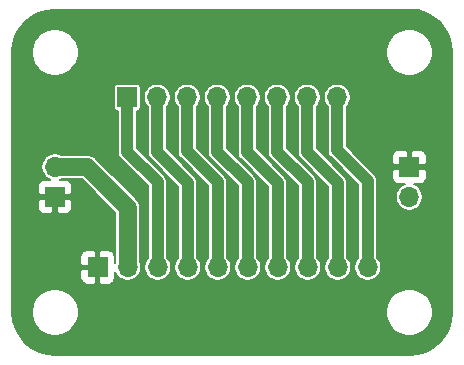
<source format=gbr>
%TF.GenerationSoftware,KiCad,Pcbnew,5.1.6-c6e7f7d~87~ubuntu18.04.1*%
%TF.CreationDate,2020-08-12T00:36:41-03:00*%
%TF.ProjectId,tfAdapter_V1,74664164-6170-4746-9572-5f56312e6b69,rev?*%
%TF.SameCoordinates,Original*%
%TF.FileFunction,Copper,L1,Top*%
%TF.FilePolarity,Positive*%
%FSLAX46Y46*%
G04 Gerber Fmt 4.6, Leading zero omitted, Abs format (unit mm)*
G04 Created by KiCad (PCBNEW 5.1.6-c6e7f7d~87~ubuntu18.04.1) date 2020-08-12 00:36:41*
%MOMM*%
%LPD*%
G01*
G04 APERTURE LIST*
%TA.AperFunction,ComponentPad*%
%ADD10O,1.700000X1.700000*%
%TD*%
%TA.AperFunction,ComponentPad*%
%ADD11R,1.700000X1.700000*%
%TD*%
%TA.AperFunction,ViaPad*%
%ADD12C,0.800000*%
%TD*%
%TA.AperFunction,Conductor*%
%ADD13C,1.500000*%
%TD*%
%TA.AperFunction,Conductor*%
%ADD14C,1.000000*%
%TD*%
%TA.AperFunction,Conductor*%
%ADD15C,0.200000*%
%TD*%
G04 APERTURE END LIST*
D10*
%TO.P,J1,2*%
%TO.N,Net-(J1-Pad2)*%
X138000000Y-97700000D03*
D11*
%TO.P,J1,1*%
%TO.N,GNDREF*%
X138000000Y-100240000D03*
%TD*%
%TO.P,J2,1*%
%TO.N,GNDREF*%
X141600000Y-106200000D03*
D10*
%TO.P,J2,2*%
%TO.N,Net-(J1-Pad2)*%
X144140000Y-106200000D03*
%TO.P,J2,3*%
%TO.N,Net-(J2-Pad3)*%
X146680000Y-106200000D03*
%TO.P,J2,4*%
%TO.N,Net-(J2-Pad4)*%
X149220000Y-106200000D03*
%TO.P,J2,5*%
%TO.N,Net-(J2-Pad5)*%
X151760000Y-106200000D03*
%TO.P,J2,6*%
%TO.N,Net-(J2-Pad6)*%
X154300000Y-106200000D03*
%TO.P,J2,7*%
%TO.N,Net-(J2-Pad7)*%
X156840000Y-106200000D03*
%TO.P,J2,8*%
%TO.N,Net-(J2-Pad8)*%
X159380000Y-106200000D03*
%TO.P,J2,9*%
%TO.N,Net-(J2-Pad9)*%
X161920000Y-106200000D03*
%TO.P,J2,10*%
%TO.N,Net-(J2-Pad10)*%
X164460000Y-106200000D03*
%TD*%
D11*
%TO.P,J3,1*%
%TO.N,Net-(J2-Pad3)*%
X144100000Y-91800000D03*
D10*
%TO.P,J3,2*%
%TO.N,Net-(J2-Pad4)*%
X146640000Y-91800000D03*
%TO.P,J3,3*%
%TO.N,Net-(J2-Pad5)*%
X149180000Y-91800000D03*
%TO.P,J3,4*%
%TO.N,Net-(J2-Pad6)*%
X151720000Y-91800000D03*
%TO.P,J3,5*%
%TO.N,Net-(J2-Pad7)*%
X154260000Y-91800000D03*
%TO.P,J3,6*%
%TO.N,Net-(J2-Pad8)*%
X156800000Y-91800000D03*
%TO.P,J3,7*%
%TO.N,Net-(J2-Pad9)*%
X159340000Y-91800000D03*
%TO.P,J3,8*%
%TO.N,Net-(J2-Pad10)*%
X161880000Y-91800000D03*
%TD*%
D11*
%TO.P,J4,1*%
%TO.N,GNDREF*%
X168000000Y-97700000D03*
D10*
%TO.P,J4,2*%
%TO.N,Net-(J1-Pad2)*%
X168000000Y-100240000D03*
%TD*%
D12*
%TO.N,GNDREF*%
X145400000Y-95000000D03*
X147900000Y-95000000D03*
X150500000Y-95000000D03*
X153000000Y-95000000D03*
X155500000Y-95000000D03*
X158100000Y-95000000D03*
X160600000Y-95000000D03*
X163100000Y-95000000D03*
X142800000Y-95000000D03*
X145500000Y-103000000D03*
X147900000Y-103000000D03*
X150500000Y-103000000D03*
X153000000Y-103000000D03*
X155600000Y-103000000D03*
X158100000Y-103000000D03*
X160700000Y-103000000D03*
X163200000Y-103000000D03*
X165700000Y-103000000D03*
X142600000Y-103000000D03*
X140400000Y-96200000D03*
X140400000Y-99600000D03*
X165700000Y-98800000D03*
X137000000Y-105000000D03*
X137000000Y-107000000D03*
X169000000Y-93000000D03*
X169000000Y-91000000D03*
X169000000Y-105000000D03*
X169000000Y-107000000D03*
X137000000Y-93000000D03*
X137000000Y-91000000D03*
X147000000Y-111000000D03*
X149000000Y-111000000D03*
X151000000Y-111000000D03*
X153000000Y-111000000D03*
X155000000Y-111000000D03*
X157000000Y-111000000D03*
X159000000Y-111000000D03*
X161000000Y-111000000D03*
X163000000Y-111000000D03*
X165000000Y-111000000D03*
X146000000Y-87000000D03*
X160000000Y-87000000D03*
X150000000Y-87000000D03*
X148000000Y-87000000D03*
X144000000Y-87000000D03*
X156000000Y-87000000D03*
X154000000Y-87000000D03*
X162000000Y-87000000D03*
X152000000Y-87000000D03*
X158000000Y-87000000D03*
X167000000Y-93000000D03*
X167000000Y-91000000D03*
X167000000Y-105000000D03*
X167000000Y-107000000D03*
X139000000Y-107000000D03*
X139000000Y-105000000D03*
X139000000Y-91000000D03*
X139000000Y-93000000D03*
%TD*%
D13*
%TO.N,Net-(J1-Pad2)*%
X138000000Y-97700000D02*
X140700000Y-97700000D01*
X144140000Y-101140000D02*
X144140000Y-106200000D01*
X140700000Y-97700000D02*
X144140000Y-101140000D01*
D14*
%TO.N,Net-(J2-Pad3)*%
X144100000Y-91800000D02*
X144100000Y-96400000D01*
X146680000Y-98980000D02*
X146680000Y-106200000D01*
X144100000Y-96400000D02*
X146680000Y-98980000D01*
%TO.N,Net-(J2-Pad4)*%
X146640000Y-91800000D02*
X146640000Y-96440000D01*
X149220000Y-99020000D02*
X149220000Y-106200000D01*
X146640000Y-96440000D02*
X149220000Y-99020000D01*
%TO.N,Net-(J2-Pad5)*%
X149180000Y-91800000D02*
X149180000Y-96380000D01*
X151760000Y-98960000D02*
X151760000Y-106200000D01*
X149180000Y-96380000D02*
X151760000Y-98960000D01*
%TO.N,Net-(J2-Pad6)*%
X151720000Y-91800000D02*
X151720000Y-96420000D01*
X154300000Y-99000000D02*
X154300000Y-106200000D01*
X151720000Y-96420000D02*
X154300000Y-99000000D01*
%TO.N,Net-(J2-Pad7)*%
X154260000Y-91800000D02*
X154260000Y-96460000D01*
X156840000Y-99040000D02*
X156840000Y-106200000D01*
X154260000Y-96460000D02*
X156840000Y-99040000D01*
%TO.N,Net-(J2-Pad8)*%
X156800000Y-91800000D02*
X156800000Y-96400000D01*
X159380000Y-98980000D02*
X159380000Y-106200000D01*
X156800000Y-96400000D02*
X159380000Y-98980000D01*
%TO.N,Net-(J2-Pad9)*%
X159340000Y-91800000D02*
X159340000Y-96440000D01*
X161920000Y-99020000D02*
X161920000Y-106200000D01*
X159340000Y-96440000D02*
X161920000Y-99020000D01*
%TO.N,Net-(J2-Pad10)*%
X161880000Y-91800000D02*
X161880000Y-96280000D01*
X164460000Y-98860000D02*
X164460000Y-106200000D01*
X161880000Y-96280000D02*
X164460000Y-98860000D01*
%TD*%
D15*
%TO.N,GNDREF*%
G36*
X168703747Y-84445801D02*
G01*
X169380697Y-84650184D01*
X170005050Y-84982159D01*
X170553030Y-85429080D01*
X171003770Y-85973930D01*
X171340097Y-86595954D01*
X171549199Y-87271455D01*
X171624971Y-87992379D01*
X171625000Y-88000726D01*
X171625001Y-109981652D01*
X171554199Y-110703747D01*
X171349816Y-111380697D01*
X171017844Y-112005045D01*
X170570920Y-112553030D01*
X170026066Y-113003772D01*
X169404047Y-113340097D01*
X168728550Y-113549198D01*
X168007622Y-113624971D01*
X167999273Y-113625000D01*
X138018338Y-113625000D01*
X137296253Y-113554199D01*
X136619303Y-113349816D01*
X135994955Y-113017844D01*
X135446970Y-112570920D01*
X134996228Y-112026066D01*
X134659903Y-111404047D01*
X134450802Y-110728550D01*
X134375029Y-110007622D01*
X134375000Y-109999273D01*
X134375000Y-109804456D01*
X136014606Y-109804456D01*
X136014606Y-110195544D01*
X136090904Y-110579118D01*
X136240567Y-110940436D01*
X136457844Y-111265615D01*
X136734385Y-111542156D01*
X137059564Y-111759433D01*
X137420882Y-111909096D01*
X137804456Y-111985394D01*
X138195544Y-111985394D01*
X138579118Y-111909096D01*
X138940436Y-111759433D01*
X139265615Y-111542156D01*
X139542156Y-111265615D01*
X139759433Y-110940436D01*
X139909096Y-110579118D01*
X139985394Y-110195544D01*
X139985394Y-109804456D01*
X166014606Y-109804456D01*
X166014606Y-110195544D01*
X166090904Y-110579118D01*
X166240567Y-110940436D01*
X166457844Y-111265615D01*
X166734385Y-111542156D01*
X167059564Y-111759433D01*
X167420882Y-111909096D01*
X167804456Y-111985394D01*
X168195544Y-111985394D01*
X168579118Y-111909096D01*
X168940436Y-111759433D01*
X169265615Y-111542156D01*
X169542156Y-111265615D01*
X169759433Y-110940436D01*
X169909096Y-110579118D01*
X169985394Y-110195544D01*
X169985394Y-109804456D01*
X169909096Y-109420882D01*
X169759433Y-109059564D01*
X169542156Y-108734385D01*
X169265615Y-108457844D01*
X168940436Y-108240567D01*
X168579118Y-108090904D01*
X168195544Y-108014606D01*
X167804456Y-108014606D01*
X167420882Y-108090904D01*
X167059564Y-108240567D01*
X166734385Y-108457844D01*
X166457844Y-108734385D01*
X166240567Y-109059564D01*
X166090904Y-109420882D01*
X166014606Y-109804456D01*
X139985394Y-109804456D01*
X139909096Y-109420882D01*
X139759433Y-109059564D01*
X139542156Y-108734385D01*
X139265615Y-108457844D01*
X138940436Y-108240567D01*
X138579118Y-108090904D01*
X138195544Y-108014606D01*
X137804456Y-108014606D01*
X137420882Y-108090904D01*
X137059564Y-108240567D01*
X136734385Y-108457844D01*
X136457844Y-108734385D01*
X136240567Y-109059564D01*
X136090904Y-109420882D01*
X136014606Y-109804456D01*
X134375000Y-109804456D01*
X134375000Y-107050000D01*
X140139058Y-107050000D01*
X140150797Y-107169189D01*
X140185563Y-107283797D01*
X140242020Y-107389421D01*
X140317999Y-107482001D01*
X140410579Y-107557980D01*
X140516203Y-107614437D01*
X140630811Y-107649203D01*
X140750000Y-107660942D01*
X141294000Y-107658000D01*
X141446000Y-107506000D01*
X141446000Y-106354000D01*
X140294000Y-106354000D01*
X140142000Y-106506000D01*
X140139058Y-107050000D01*
X134375000Y-107050000D01*
X134375000Y-105350000D01*
X140139058Y-105350000D01*
X140142000Y-105894000D01*
X140294000Y-106046000D01*
X141446000Y-106046000D01*
X141446000Y-104894000D01*
X141294000Y-104742000D01*
X140750000Y-104739058D01*
X140630811Y-104750797D01*
X140516203Y-104785563D01*
X140410579Y-104842020D01*
X140317999Y-104917999D01*
X140242020Y-105010579D01*
X140185563Y-105116203D01*
X140150797Y-105230811D01*
X140139058Y-105350000D01*
X134375000Y-105350000D01*
X134375000Y-101090000D01*
X136539058Y-101090000D01*
X136550797Y-101209189D01*
X136585563Y-101323797D01*
X136642020Y-101429421D01*
X136717999Y-101522001D01*
X136810579Y-101597980D01*
X136916203Y-101654437D01*
X137030811Y-101689203D01*
X137150000Y-101700942D01*
X137694000Y-101698000D01*
X137846000Y-101546000D01*
X137846000Y-100394000D01*
X138154000Y-100394000D01*
X138154000Y-101546000D01*
X138306000Y-101698000D01*
X138850000Y-101700942D01*
X138969189Y-101689203D01*
X139083797Y-101654437D01*
X139189421Y-101597980D01*
X139282001Y-101522001D01*
X139357980Y-101429421D01*
X139414437Y-101323797D01*
X139449203Y-101209189D01*
X139460942Y-101090000D01*
X139458000Y-100546000D01*
X139306000Y-100394000D01*
X138154000Y-100394000D01*
X137846000Y-100394000D01*
X136694000Y-100394000D01*
X136542000Y-100546000D01*
X136539058Y-101090000D01*
X134375000Y-101090000D01*
X134375000Y-99390000D01*
X136539058Y-99390000D01*
X136542000Y-99934000D01*
X136694000Y-100086000D01*
X137846000Y-100086000D01*
X137846000Y-100066000D01*
X138154000Y-100066000D01*
X138154000Y-100086000D01*
X139306000Y-100086000D01*
X139458000Y-99934000D01*
X139460942Y-99390000D01*
X139449203Y-99270811D01*
X139414437Y-99156203D01*
X139357980Y-99050579D01*
X139282001Y-98957999D01*
X139189421Y-98882020D01*
X139083797Y-98825563D01*
X138969189Y-98790797D01*
X138850000Y-98779058D01*
X138394065Y-98781524D01*
X138470169Y-98750000D01*
X140265077Y-98750000D01*
X143090000Y-101574924D01*
X143090001Y-105729829D01*
X143058476Y-105805935D01*
X143060942Y-105350000D01*
X143049203Y-105230811D01*
X143014437Y-105116203D01*
X142957980Y-105010579D01*
X142882001Y-104917999D01*
X142789421Y-104842020D01*
X142683797Y-104785563D01*
X142569189Y-104750797D01*
X142450000Y-104739058D01*
X141906000Y-104742000D01*
X141754000Y-104894000D01*
X141754000Y-106046000D01*
X141774000Y-106046000D01*
X141774000Y-106354000D01*
X141754000Y-106354000D01*
X141754000Y-107506000D01*
X141906000Y-107658000D01*
X142450000Y-107660942D01*
X142569189Y-107649203D01*
X142683797Y-107614437D01*
X142789421Y-107557980D01*
X142882001Y-107482001D01*
X142957980Y-107389421D01*
X143014437Y-107283797D01*
X143049203Y-107169189D01*
X143060942Y-107050000D01*
X143058476Y-106594065D01*
X143120884Y-106744729D01*
X143246737Y-106933082D01*
X143406918Y-107093263D01*
X143595271Y-107219116D01*
X143804557Y-107305806D01*
X144026735Y-107350000D01*
X144253265Y-107350000D01*
X144475443Y-107305806D01*
X144684729Y-107219116D01*
X144873082Y-107093263D01*
X145033263Y-106933082D01*
X145159116Y-106744729D01*
X145245806Y-106535443D01*
X145290000Y-106313265D01*
X145290000Y-106086735D01*
X145245806Y-105864557D01*
X145190000Y-105729831D01*
X145190000Y-101191571D01*
X145195079Y-101140000D01*
X145190000Y-101088429D01*
X145190000Y-101088422D01*
X145174807Y-100934164D01*
X145114767Y-100736238D01*
X145017267Y-100553829D01*
X144886054Y-100393946D01*
X144845991Y-100361067D01*
X141478937Y-96994014D01*
X141446054Y-96953946D01*
X141286171Y-96822733D01*
X141103762Y-96725233D01*
X140905836Y-96665193D01*
X140751578Y-96650000D01*
X140751568Y-96650000D01*
X140700000Y-96644921D01*
X140648432Y-96650000D01*
X138470169Y-96650000D01*
X138335443Y-96594194D01*
X138113265Y-96550000D01*
X137886735Y-96550000D01*
X137664557Y-96594194D01*
X137455271Y-96680884D01*
X137266918Y-96806737D01*
X137106737Y-96966918D01*
X136980884Y-97155271D01*
X136894194Y-97364557D01*
X136850000Y-97586735D01*
X136850000Y-97813265D01*
X136894194Y-98035443D01*
X136980884Y-98244729D01*
X137106737Y-98433082D01*
X137266918Y-98593263D01*
X137455271Y-98719116D01*
X137605935Y-98781524D01*
X137150000Y-98779058D01*
X137030811Y-98790797D01*
X136916203Y-98825563D01*
X136810579Y-98882020D01*
X136717999Y-98957999D01*
X136642020Y-99050579D01*
X136585563Y-99156203D01*
X136550797Y-99270811D01*
X136539058Y-99390000D01*
X134375000Y-99390000D01*
X134375000Y-90950000D01*
X142948549Y-90950000D01*
X142948549Y-92650000D01*
X142954341Y-92708810D01*
X142971496Y-92765360D01*
X142999353Y-92817477D01*
X143036842Y-92863158D01*
X143082523Y-92900647D01*
X143134640Y-92928504D01*
X143191190Y-92945659D01*
X143250000Y-92951451D01*
X143300000Y-92951451D01*
X143300001Y-96360700D01*
X143296130Y-96400000D01*
X143311577Y-96556827D01*
X143357321Y-96707627D01*
X143431607Y-96846606D01*
X143492716Y-96921067D01*
X143531579Y-96968422D01*
X143562098Y-96993468D01*
X145880000Y-99311371D01*
X145880001Y-105373654D01*
X145786737Y-105466918D01*
X145660884Y-105655271D01*
X145574194Y-105864557D01*
X145530000Y-106086735D01*
X145530000Y-106313265D01*
X145574194Y-106535443D01*
X145660884Y-106744729D01*
X145786737Y-106933082D01*
X145946918Y-107093263D01*
X146135271Y-107219116D01*
X146344557Y-107305806D01*
X146566735Y-107350000D01*
X146793265Y-107350000D01*
X147015443Y-107305806D01*
X147224729Y-107219116D01*
X147413082Y-107093263D01*
X147573263Y-106933082D01*
X147699116Y-106744729D01*
X147785806Y-106535443D01*
X147830000Y-106313265D01*
X147830000Y-106086735D01*
X147785806Y-105864557D01*
X147699116Y-105655271D01*
X147573263Y-105466918D01*
X147480000Y-105373655D01*
X147480000Y-99019291D01*
X147483870Y-98980000D01*
X147478030Y-98920707D01*
X147468424Y-98823173D01*
X147422679Y-98672372D01*
X147380464Y-98593394D01*
X147348393Y-98533393D01*
X147273469Y-98442098D01*
X147248422Y-98411578D01*
X147217904Y-98386533D01*
X144900000Y-96068630D01*
X144900000Y-92951451D01*
X144950000Y-92951451D01*
X145008810Y-92945659D01*
X145065360Y-92928504D01*
X145117477Y-92900647D01*
X145163158Y-92863158D01*
X145200647Y-92817477D01*
X145228504Y-92765360D01*
X145245659Y-92708810D01*
X145251451Y-92650000D01*
X145251451Y-91686735D01*
X145490000Y-91686735D01*
X145490000Y-91913265D01*
X145534194Y-92135443D01*
X145620884Y-92344729D01*
X145746737Y-92533082D01*
X145840000Y-92626345D01*
X145840001Y-96400700D01*
X145836130Y-96440000D01*
X145851577Y-96596827D01*
X145897321Y-96747627D01*
X145971607Y-96886606D01*
X146038752Y-96968422D01*
X146071579Y-97008422D01*
X146102098Y-97033468D01*
X148420000Y-99351371D01*
X148420001Y-105373654D01*
X148326737Y-105466918D01*
X148200884Y-105655271D01*
X148114194Y-105864557D01*
X148070000Y-106086735D01*
X148070000Y-106313265D01*
X148114194Y-106535443D01*
X148200884Y-106744729D01*
X148326737Y-106933082D01*
X148486918Y-107093263D01*
X148675271Y-107219116D01*
X148884557Y-107305806D01*
X149106735Y-107350000D01*
X149333265Y-107350000D01*
X149555443Y-107305806D01*
X149764729Y-107219116D01*
X149953082Y-107093263D01*
X150113263Y-106933082D01*
X150239116Y-106744729D01*
X150325806Y-106535443D01*
X150370000Y-106313265D01*
X150370000Y-106086735D01*
X150325806Y-105864557D01*
X150239116Y-105655271D01*
X150113263Y-105466918D01*
X150020000Y-105373655D01*
X150020000Y-99059291D01*
X150023870Y-99020000D01*
X150018030Y-98960707D01*
X150008424Y-98863173D01*
X149962679Y-98712372D01*
X149941299Y-98672373D01*
X149888393Y-98573393D01*
X149813469Y-98482098D01*
X149788422Y-98451578D01*
X149757904Y-98426533D01*
X147440000Y-96108630D01*
X147440000Y-92626345D01*
X147533263Y-92533082D01*
X147659116Y-92344729D01*
X147745806Y-92135443D01*
X147790000Y-91913265D01*
X147790000Y-91686735D01*
X148030000Y-91686735D01*
X148030000Y-91913265D01*
X148074194Y-92135443D01*
X148160884Y-92344729D01*
X148286737Y-92533082D01*
X148380000Y-92626345D01*
X148380001Y-96340700D01*
X148376130Y-96380000D01*
X148391577Y-96536827D01*
X148437321Y-96687627D01*
X148511607Y-96826606D01*
X148586531Y-96917901D01*
X148611579Y-96948422D01*
X148642098Y-96973468D01*
X150960000Y-99291371D01*
X150960001Y-105373654D01*
X150866737Y-105466918D01*
X150740884Y-105655271D01*
X150654194Y-105864557D01*
X150610000Y-106086735D01*
X150610000Y-106313265D01*
X150654194Y-106535443D01*
X150740884Y-106744729D01*
X150866737Y-106933082D01*
X151026918Y-107093263D01*
X151215271Y-107219116D01*
X151424557Y-107305806D01*
X151646735Y-107350000D01*
X151873265Y-107350000D01*
X152095443Y-107305806D01*
X152304729Y-107219116D01*
X152493082Y-107093263D01*
X152653263Y-106933082D01*
X152779116Y-106744729D01*
X152865806Y-106535443D01*
X152910000Y-106313265D01*
X152910000Y-106086735D01*
X152865806Y-105864557D01*
X152779116Y-105655271D01*
X152653263Y-105466918D01*
X152560000Y-105373655D01*
X152560000Y-98999291D01*
X152563870Y-98960000D01*
X152560000Y-98920707D01*
X152548424Y-98803173D01*
X152502679Y-98652372D01*
X152471155Y-98593395D01*
X152428393Y-98513393D01*
X152353469Y-98422098D01*
X152328422Y-98391578D01*
X152297904Y-98366533D01*
X149980000Y-96048630D01*
X149980000Y-92626345D01*
X150073263Y-92533082D01*
X150199116Y-92344729D01*
X150285806Y-92135443D01*
X150330000Y-91913265D01*
X150330000Y-91686735D01*
X150570000Y-91686735D01*
X150570000Y-91913265D01*
X150614194Y-92135443D01*
X150700884Y-92344729D01*
X150826737Y-92533082D01*
X150920000Y-92626345D01*
X150920001Y-96380700D01*
X150916130Y-96420000D01*
X150931577Y-96576827D01*
X150977321Y-96727627D01*
X151051607Y-96866606D01*
X151126531Y-96957901D01*
X151151579Y-96988422D01*
X151182098Y-97013468D01*
X153500000Y-99331371D01*
X153500001Y-105373654D01*
X153406737Y-105466918D01*
X153280884Y-105655271D01*
X153194194Y-105864557D01*
X153150000Y-106086735D01*
X153150000Y-106313265D01*
X153194194Y-106535443D01*
X153280884Y-106744729D01*
X153406737Y-106933082D01*
X153566918Y-107093263D01*
X153755271Y-107219116D01*
X153964557Y-107305806D01*
X154186735Y-107350000D01*
X154413265Y-107350000D01*
X154635443Y-107305806D01*
X154844729Y-107219116D01*
X155033082Y-107093263D01*
X155193263Y-106933082D01*
X155319116Y-106744729D01*
X155405806Y-106535443D01*
X155450000Y-106313265D01*
X155450000Y-106086735D01*
X155405806Y-105864557D01*
X155319116Y-105655271D01*
X155193263Y-105466918D01*
X155100000Y-105373655D01*
X155100000Y-99039291D01*
X155103870Y-99000000D01*
X155098030Y-98940707D01*
X155088424Y-98843173D01*
X155042679Y-98692372D01*
X155021299Y-98652373D01*
X154968393Y-98553393D01*
X154893469Y-98462098D01*
X154868422Y-98431578D01*
X154837904Y-98406533D01*
X152520000Y-96088630D01*
X152520000Y-92626345D01*
X152613263Y-92533082D01*
X152739116Y-92344729D01*
X152825806Y-92135443D01*
X152870000Y-91913265D01*
X152870000Y-91686735D01*
X153110000Y-91686735D01*
X153110000Y-91913265D01*
X153154194Y-92135443D01*
X153240884Y-92344729D01*
X153366737Y-92533082D01*
X153460000Y-92626345D01*
X153460001Y-96420700D01*
X153456130Y-96460000D01*
X153471577Y-96616827D01*
X153517321Y-96767627D01*
X153591607Y-96906606D01*
X153658752Y-96988422D01*
X153691579Y-97028422D01*
X153722098Y-97053468D01*
X156040000Y-99371371D01*
X156040001Y-105373654D01*
X155946737Y-105466918D01*
X155820884Y-105655271D01*
X155734194Y-105864557D01*
X155690000Y-106086735D01*
X155690000Y-106313265D01*
X155734194Y-106535443D01*
X155820884Y-106744729D01*
X155946737Y-106933082D01*
X156106918Y-107093263D01*
X156295271Y-107219116D01*
X156504557Y-107305806D01*
X156726735Y-107350000D01*
X156953265Y-107350000D01*
X157175443Y-107305806D01*
X157384729Y-107219116D01*
X157573082Y-107093263D01*
X157733263Y-106933082D01*
X157859116Y-106744729D01*
X157945806Y-106535443D01*
X157990000Y-106313265D01*
X157990000Y-106086735D01*
X157945806Y-105864557D01*
X157859116Y-105655271D01*
X157733263Y-105466918D01*
X157640000Y-105373655D01*
X157640000Y-99079291D01*
X157643870Y-99040000D01*
X157639930Y-99000000D01*
X157628424Y-98883173D01*
X157582679Y-98732372D01*
X157508393Y-98593393D01*
X157433469Y-98502098D01*
X157408422Y-98471578D01*
X157377904Y-98446533D01*
X155060000Y-96128630D01*
X155060000Y-92626345D01*
X155153263Y-92533082D01*
X155279116Y-92344729D01*
X155365806Y-92135443D01*
X155410000Y-91913265D01*
X155410000Y-91686735D01*
X155650000Y-91686735D01*
X155650000Y-91913265D01*
X155694194Y-92135443D01*
X155780884Y-92344729D01*
X155906737Y-92533082D01*
X156000000Y-92626345D01*
X156000001Y-96360700D01*
X155996130Y-96400000D01*
X156011577Y-96556827D01*
X156057321Y-96707627D01*
X156131607Y-96846606D01*
X156192716Y-96921067D01*
X156231579Y-96968422D01*
X156262098Y-96993468D01*
X158580000Y-99311371D01*
X158580001Y-105373654D01*
X158486737Y-105466918D01*
X158360884Y-105655271D01*
X158274194Y-105864557D01*
X158230000Y-106086735D01*
X158230000Y-106313265D01*
X158274194Y-106535443D01*
X158360884Y-106744729D01*
X158486737Y-106933082D01*
X158646918Y-107093263D01*
X158835271Y-107219116D01*
X159044557Y-107305806D01*
X159266735Y-107350000D01*
X159493265Y-107350000D01*
X159715443Y-107305806D01*
X159924729Y-107219116D01*
X160113082Y-107093263D01*
X160273263Y-106933082D01*
X160399116Y-106744729D01*
X160485806Y-106535443D01*
X160530000Y-106313265D01*
X160530000Y-106086735D01*
X160485806Y-105864557D01*
X160399116Y-105655271D01*
X160273263Y-105466918D01*
X160180000Y-105373655D01*
X160180000Y-99019291D01*
X160183870Y-98980000D01*
X160178030Y-98920707D01*
X160168424Y-98823173D01*
X160122679Y-98672372D01*
X160080464Y-98593394D01*
X160048393Y-98533393D01*
X159973469Y-98442098D01*
X159948422Y-98411578D01*
X159917904Y-98386533D01*
X157600000Y-96068630D01*
X157600000Y-92626345D01*
X157693263Y-92533082D01*
X157819116Y-92344729D01*
X157905806Y-92135443D01*
X157950000Y-91913265D01*
X157950000Y-91686735D01*
X158190000Y-91686735D01*
X158190000Y-91913265D01*
X158234194Y-92135443D01*
X158320884Y-92344729D01*
X158446737Y-92533082D01*
X158540000Y-92626345D01*
X158540001Y-96400700D01*
X158536130Y-96440000D01*
X158551577Y-96596827D01*
X158597321Y-96747627D01*
X158671607Y-96886606D01*
X158738752Y-96968422D01*
X158771579Y-97008422D01*
X158802098Y-97033468D01*
X161120000Y-99351371D01*
X161120001Y-105373654D01*
X161026737Y-105466918D01*
X160900884Y-105655271D01*
X160814194Y-105864557D01*
X160770000Y-106086735D01*
X160770000Y-106313265D01*
X160814194Y-106535443D01*
X160900884Y-106744729D01*
X161026737Y-106933082D01*
X161186918Y-107093263D01*
X161375271Y-107219116D01*
X161584557Y-107305806D01*
X161806735Y-107350000D01*
X162033265Y-107350000D01*
X162255443Y-107305806D01*
X162464729Y-107219116D01*
X162653082Y-107093263D01*
X162813263Y-106933082D01*
X162939116Y-106744729D01*
X163025806Y-106535443D01*
X163070000Y-106313265D01*
X163070000Y-106086735D01*
X163025806Y-105864557D01*
X162939116Y-105655271D01*
X162813263Y-105466918D01*
X162720000Y-105373655D01*
X162720000Y-99059291D01*
X162723870Y-99020000D01*
X162718030Y-98960707D01*
X162708424Y-98863173D01*
X162662679Y-98712372D01*
X162641299Y-98672373D01*
X162588393Y-98573393D01*
X162513469Y-98482098D01*
X162488422Y-98451578D01*
X162457904Y-98426533D01*
X160140000Y-96108630D01*
X160140000Y-92626345D01*
X160233263Y-92533082D01*
X160359116Y-92344729D01*
X160445806Y-92135443D01*
X160490000Y-91913265D01*
X160490000Y-91686735D01*
X160730000Y-91686735D01*
X160730000Y-91913265D01*
X160774194Y-92135443D01*
X160860884Y-92344729D01*
X160986737Y-92533082D01*
X161080000Y-92626345D01*
X161080001Y-96240700D01*
X161076130Y-96280000D01*
X161091577Y-96436827D01*
X161137321Y-96587627D01*
X161211607Y-96726606D01*
X161277369Y-96806737D01*
X161311579Y-96848422D01*
X161342098Y-96873468D01*
X163660000Y-99191371D01*
X163660001Y-105373654D01*
X163566737Y-105466918D01*
X163440884Y-105655271D01*
X163354194Y-105864557D01*
X163310000Y-106086735D01*
X163310000Y-106313265D01*
X163354194Y-106535443D01*
X163440884Y-106744729D01*
X163566737Y-106933082D01*
X163726918Y-107093263D01*
X163915271Y-107219116D01*
X164124557Y-107305806D01*
X164346735Y-107350000D01*
X164573265Y-107350000D01*
X164795443Y-107305806D01*
X165004729Y-107219116D01*
X165193082Y-107093263D01*
X165353263Y-106933082D01*
X165479116Y-106744729D01*
X165565806Y-106535443D01*
X165610000Y-106313265D01*
X165610000Y-106086735D01*
X165565806Y-105864557D01*
X165479116Y-105655271D01*
X165353263Y-105466918D01*
X165260000Y-105373655D01*
X165260000Y-98899291D01*
X165263870Y-98860000D01*
X165257054Y-98790797D01*
X165248424Y-98703173D01*
X165202679Y-98552372D01*
X165201411Y-98550000D01*
X166539058Y-98550000D01*
X166550797Y-98669189D01*
X166585563Y-98783797D01*
X166642020Y-98889421D01*
X166717999Y-98982001D01*
X166810579Y-99057980D01*
X166916203Y-99114437D01*
X167030811Y-99149203D01*
X167150000Y-99160942D01*
X167605935Y-99158476D01*
X167455271Y-99220884D01*
X167266918Y-99346737D01*
X167106737Y-99506918D01*
X166980884Y-99695271D01*
X166894194Y-99904557D01*
X166850000Y-100126735D01*
X166850000Y-100353265D01*
X166894194Y-100575443D01*
X166980884Y-100784729D01*
X167106737Y-100973082D01*
X167266918Y-101133263D01*
X167455271Y-101259116D01*
X167664557Y-101345806D01*
X167886735Y-101390000D01*
X168113265Y-101390000D01*
X168335443Y-101345806D01*
X168544729Y-101259116D01*
X168733082Y-101133263D01*
X168893263Y-100973082D01*
X169019116Y-100784729D01*
X169105806Y-100575443D01*
X169150000Y-100353265D01*
X169150000Y-100126735D01*
X169105806Y-99904557D01*
X169019116Y-99695271D01*
X168893263Y-99506918D01*
X168733082Y-99346737D01*
X168544729Y-99220884D01*
X168394065Y-99158476D01*
X168850000Y-99160942D01*
X168969189Y-99149203D01*
X169083797Y-99114437D01*
X169189421Y-99057980D01*
X169282001Y-98982001D01*
X169357980Y-98889421D01*
X169414437Y-98783797D01*
X169449203Y-98669189D01*
X169460942Y-98550000D01*
X169458000Y-98006000D01*
X169306000Y-97854000D01*
X168154000Y-97854000D01*
X168154000Y-97874000D01*
X167846000Y-97874000D01*
X167846000Y-97854000D01*
X166694000Y-97854000D01*
X166542000Y-98006000D01*
X166539058Y-98550000D01*
X165201411Y-98550000D01*
X165128393Y-98413393D01*
X165053469Y-98322098D01*
X165028422Y-98291578D01*
X164997904Y-98266533D01*
X163581371Y-96850000D01*
X166539058Y-96850000D01*
X166542000Y-97394000D01*
X166694000Y-97546000D01*
X167846000Y-97546000D01*
X167846000Y-96394000D01*
X168154000Y-96394000D01*
X168154000Y-97546000D01*
X169306000Y-97546000D01*
X169458000Y-97394000D01*
X169460942Y-96850000D01*
X169449203Y-96730811D01*
X169414437Y-96616203D01*
X169357980Y-96510579D01*
X169282001Y-96417999D01*
X169189421Y-96342020D01*
X169083797Y-96285563D01*
X168969189Y-96250797D01*
X168850000Y-96239058D01*
X168306000Y-96242000D01*
X168154000Y-96394000D01*
X167846000Y-96394000D01*
X167694000Y-96242000D01*
X167150000Y-96239058D01*
X167030811Y-96250797D01*
X166916203Y-96285563D01*
X166810579Y-96342020D01*
X166717999Y-96417999D01*
X166642020Y-96510579D01*
X166585563Y-96616203D01*
X166550797Y-96730811D01*
X166539058Y-96850000D01*
X163581371Y-96850000D01*
X162680000Y-95948630D01*
X162680000Y-92626345D01*
X162773263Y-92533082D01*
X162899116Y-92344729D01*
X162985806Y-92135443D01*
X163030000Y-91913265D01*
X163030000Y-91686735D01*
X162985806Y-91464557D01*
X162899116Y-91255271D01*
X162773263Y-91066918D01*
X162613082Y-90906737D01*
X162424729Y-90780884D01*
X162215443Y-90694194D01*
X161993265Y-90650000D01*
X161766735Y-90650000D01*
X161544557Y-90694194D01*
X161335271Y-90780884D01*
X161146918Y-90906737D01*
X160986737Y-91066918D01*
X160860884Y-91255271D01*
X160774194Y-91464557D01*
X160730000Y-91686735D01*
X160490000Y-91686735D01*
X160445806Y-91464557D01*
X160359116Y-91255271D01*
X160233263Y-91066918D01*
X160073082Y-90906737D01*
X159884729Y-90780884D01*
X159675443Y-90694194D01*
X159453265Y-90650000D01*
X159226735Y-90650000D01*
X159004557Y-90694194D01*
X158795271Y-90780884D01*
X158606918Y-90906737D01*
X158446737Y-91066918D01*
X158320884Y-91255271D01*
X158234194Y-91464557D01*
X158190000Y-91686735D01*
X157950000Y-91686735D01*
X157905806Y-91464557D01*
X157819116Y-91255271D01*
X157693263Y-91066918D01*
X157533082Y-90906737D01*
X157344729Y-90780884D01*
X157135443Y-90694194D01*
X156913265Y-90650000D01*
X156686735Y-90650000D01*
X156464557Y-90694194D01*
X156255271Y-90780884D01*
X156066918Y-90906737D01*
X155906737Y-91066918D01*
X155780884Y-91255271D01*
X155694194Y-91464557D01*
X155650000Y-91686735D01*
X155410000Y-91686735D01*
X155365806Y-91464557D01*
X155279116Y-91255271D01*
X155153263Y-91066918D01*
X154993082Y-90906737D01*
X154804729Y-90780884D01*
X154595443Y-90694194D01*
X154373265Y-90650000D01*
X154146735Y-90650000D01*
X153924557Y-90694194D01*
X153715271Y-90780884D01*
X153526918Y-90906737D01*
X153366737Y-91066918D01*
X153240884Y-91255271D01*
X153154194Y-91464557D01*
X153110000Y-91686735D01*
X152870000Y-91686735D01*
X152825806Y-91464557D01*
X152739116Y-91255271D01*
X152613263Y-91066918D01*
X152453082Y-90906737D01*
X152264729Y-90780884D01*
X152055443Y-90694194D01*
X151833265Y-90650000D01*
X151606735Y-90650000D01*
X151384557Y-90694194D01*
X151175271Y-90780884D01*
X150986918Y-90906737D01*
X150826737Y-91066918D01*
X150700884Y-91255271D01*
X150614194Y-91464557D01*
X150570000Y-91686735D01*
X150330000Y-91686735D01*
X150285806Y-91464557D01*
X150199116Y-91255271D01*
X150073263Y-91066918D01*
X149913082Y-90906737D01*
X149724729Y-90780884D01*
X149515443Y-90694194D01*
X149293265Y-90650000D01*
X149066735Y-90650000D01*
X148844557Y-90694194D01*
X148635271Y-90780884D01*
X148446918Y-90906737D01*
X148286737Y-91066918D01*
X148160884Y-91255271D01*
X148074194Y-91464557D01*
X148030000Y-91686735D01*
X147790000Y-91686735D01*
X147745806Y-91464557D01*
X147659116Y-91255271D01*
X147533263Y-91066918D01*
X147373082Y-90906737D01*
X147184729Y-90780884D01*
X146975443Y-90694194D01*
X146753265Y-90650000D01*
X146526735Y-90650000D01*
X146304557Y-90694194D01*
X146095271Y-90780884D01*
X145906918Y-90906737D01*
X145746737Y-91066918D01*
X145620884Y-91255271D01*
X145534194Y-91464557D01*
X145490000Y-91686735D01*
X145251451Y-91686735D01*
X145251451Y-90950000D01*
X145245659Y-90891190D01*
X145228504Y-90834640D01*
X145200647Y-90782523D01*
X145163158Y-90736842D01*
X145117477Y-90699353D01*
X145065360Y-90671496D01*
X145008810Y-90654341D01*
X144950000Y-90648549D01*
X143250000Y-90648549D01*
X143191190Y-90654341D01*
X143134640Y-90671496D01*
X143082523Y-90699353D01*
X143036842Y-90736842D01*
X142999353Y-90782523D01*
X142971496Y-90834640D01*
X142954341Y-90891190D01*
X142948549Y-90950000D01*
X134375000Y-90950000D01*
X134375000Y-88018337D01*
X134395971Y-87804456D01*
X136014606Y-87804456D01*
X136014606Y-88195544D01*
X136090904Y-88579118D01*
X136240567Y-88940436D01*
X136457844Y-89265615D01*
X136734385Y-89542156D01*
X137059564Y-89759433D01*
X137420882Y-89909096D01*
X137804456Y-89985394D01*
X138195544Y-89985394D01*
X138579118Y-89909096D01*
X138940436Y-89759433D01*
X139265615Y-89542156D01*
X139542156Y-89265615D01*
X139759433Y-88940436D01*
X139909096Y-88579118D01*
X139985394Y-88195544D01*
X139985394Y-87804456D01*
X166014606Y-87804456D01*
X166014606Y-88195544D01*
X166090904Y-88579118D01*
X166240567Y-88940436D01*
X166457844Y-89265615D01*
X166734385Y-89542156D01*
X167059564Y-89759433D01*
X167420882Y-89909096D01*
X167804456Y-89985394D01*
X168195544Y-89985394D01*
X168579118Y-89909096D01*
X168940436Y-89759433D01*
X169265615Y-89542156D01*
X169542156Y-89265615D01*
X169759433Y-88940436D01*
X169909096Y-88579118D01*
X169985394Y-88195544D01*
X169985394Y-87804456D01*
X169909096Y-87420882D01*
X169759433Y-87059564D01*
X169542156Y-86734385D01*
X169265615Y-86457844D01*
X168940436Y-86240567D01*
X168579118Y-86090904D01*
X168195544Y-86014606D01*
X167804456Y-86014606D01*
X167420882Y-86090904D01*
X167059564Y-86240567D01*
X166734385Y-86457844D01*
X166457844Y-86734385D01*
X166240567Y-87059564D01*
X166090904Y-87420882D01*
X166014606Y-87804456D01*
X139985394Y-87804456D01*
X139909096Y-87420882D01*
X139759433Y-87059564D01*
X139542156Y-86734385D01*
X139265615Y-86457844D01*
X138940436Y-86240567D01*
X138579118Y-86090904D01*
X138195544Y-86014606D01*
X137804456Y-86014606D01*
X137420882Y-86090904D01*
X137059564Y-86240567D01*
X136734385Y-86457844D01*
X136457844Y-86734385D01*
X136240567Y-87059564D01*
X136090904Y-87420882D01*
X136014606Y-87804456D01*
X134395971Y-87804456D01*
X134445801Y-87296253D01*
X134650184Y-86619303D01*
X134982159Y-85994950D01*
X135429080Y-85446970D01*
X135973930Y-84996230D01*
X136595954Y-84659903D01*
X137271455Y-84450801D01*
X137992379Y-84375029D01*
X138000726Y-84375000D01*
X167981663Y-84375000D01*
X168703747Y-84445801D01*
G37*
X168703747Y-84445801D02*
X169380697Y-84650184D01*
X170005050Y-84982159D01*
X170553030Y-85429080D01*
X171003770Y-85973930D01*
X171340097Y-86595954D01*
X171549199Y-87271455D01*
X171624971Y-87992379D01*
X171625000Y-88000726D01*
X171625001Y-109981652D01*
X171554199Y-110703747D01*
X171349816Y-111380697D01*
X171017844Y-112005045D01*
X170570920Y-112553030D01*
X170026066Y-113003772D01*
X169404047Y-113340097D01*
X168728550Y-113549198D01*
X168007622Y-113624971D01*
X167999273Y-113625000D01*
X138018338Y-113625000D01*
X137296253Y-113554199D01*
X136619303Y-113349816D01*
X135994955Y-113017844D01*
X135446970Y-112570920D01*
X134996228Y-112026066D01*
X134659903Y-111404047D01*
X134450802Y-110728550D01*
X134375029Y-110007622D01*
X134375000Y-109999273D01*
X134375000Y-109804456D01*
X136014606Y-109804456D01*
X136014606Y-110195544D01*
X136090904Y-110579118D01*
X136240567Y-110940436D01*
X136457844Y-111265615D01*
X136734385Y-111542156D01*
X137059564Y-111759433D01*
X137420882Y-111909096D01*
X137804456Y-111985394D01*
X138195544Y-111985394D01*
X138579118Y-111909096D01*
X138940436Y-111759433D01*
X139265615Y-111542156D01*
X139542156Y-111265615D01*
X139759433Y-110940436D01*
X139909096Y-110579118D01*
X139985394Y-110195544D01*
X139985394Y-109804456D01*
X166014606Y-109804456D01*
X166014606Y-110195544D01*
X166090904Y-110579118D01*
X166240567Y-110940436D01*
X166457844Y-111265615D01*
X166734385Y-111542156D01*
X167059564Y-111759433D01*
X167420882Y-111909096D01*
X167804456Y-111985394D01*
X168195544Y-111985394D01*
X168579118Y-111909096D01*
X168940436Y-111759433D01*
X169265615Y-111542156D01*
X169542156Y-111265615D01*
X169759433Y-110940436D01*
X169909096Y-110579118D01*
X169985394Y-110195544D01*
X169985394Y-109804456D01*
X169909096Y-109420882D01*
X169759433Y-109059564D01*
X169542156Y-108734385D01*
X169265615Y-108457844D01*
X168940436Y-108240567D01*
X168579118Y-108090904D01*
X168195544Y-108014606D01*
X167804456Y-108014606D01*
X167420882Y-108090904D01*
X167059564Y-108240567D01*
X166734385Y-108457844D01*
X166457844Y-108734385D01*
X166240567Y-109059564D01*
X166090904Y-109420882D01*
X166014606Y-109804456D01*
X139985394Y-109804456D01*
X139909096Y-109420882D01*
X139759433Y-109059564D01*
X139542156Y-108734385D01*
X139265615Y-108457844D01*
X138940436Y-108240567D01*
X138579118Y-108090904D01*
X138195544Y-108014606D01*
X137804456Y-108014606D01*
X137420882Y-108090904D01*
X137059564Y-108240567D01*
X136734385Y-108457844D01*
X136457844Y-108734385D01*
X136240567Y-109059564D01*
X136090904Y-109420882D01*
X136014606Y-109804456D01*
X134375000Y-109804456D01*
X134375000Y-107050000D01*
X140139058Y-107050000D01*
X140150797Y-107169189D01*
X140185563Y-107283797D01*
X140242020Y-107389421D01*
X140317999Y-107482001D01*
X140410579Y-107557980D01*
X140516203Y-107614437D01*
X140630811Y-107649203D01*
X140750000Y-107660942D01*
X141294000Y-107658000D01*
X141446000Y-107506000D01*
X141446000Y-106354000D01*
X140294000Y-106354000D01*
X140142000Y-106506000D01*
X140139058Y-107050000D01*
X134375000Y-107050000D01*
X134375000Y-105350000D01*
X140139058Y-105350000D01*
X140142000Y-105894000D01*
X140294000Y-106046000D01*
X141446000Y-106046000D01*
X141446000Y-104894000D01*
X141294000Y-104742000D01*
X140750000Y-104739058D01*
X140630811Y-104750797D01*
X140516203Y-104785563D01*
X140410579Y-104842020D01*
X140317999Y-104917999D01*
X140242020Y-105010579D01*
X140185563Y-105116203D01*
X140150797Y-105230811D01*
X140139058Y-105350000D01*
X134375000Y-105350000D01*
X134375000Y-101090000D01*
X136539058Y-101090000D01*
X136550797Y-101209189D01*
X136585563Y-101323797D01*
X136642020Y-101429421D01*
X136717999Y-101522001D01*
X136810579Y-101597980D01*
X136916203Y-101654437D01*
X137030811Y-101689203D01*
X137150000Y-101700942D01*
X137694000Y-101698000D01*
X137846000Y-101546000D01*
X137846000Y-100394000D01*
X138154000Y-100394000D01*
X138154000Y-101546000D01*
X138306000Y-101698000D01*
X138850000Y-101700942D01*
X138969189Y-101689203D01*
X139083797Y-101654437D01*
X139189421Y-101597980D01*
X139282001Y-101522001D01*
X139357980Y-101429421D01*
X139414437Y-101323797D01*
X139449203Y-101209189D01*
X139460942Y-101090000D01*
X139458000Y-100546000D01*
X139306000Y-100394000D01*
X138154000Y-100394000D01*
X137846000Y-100394000D01*
X136694000Y-100394000D01*
X136542000Y-100546000D01*
X136539058Y-101090000D01*
X134375000Y-101090000D01*
X134375000Y-99390000D01*
X136539058Y-99390000D01*
X136542000Y-99934000D01*
X136694000Y-100086000D01*
X137846000Y-100086000D01*
X137846000Y-100066000D01*
X138154000Y-100066000D01*
X138154000Y-100086000D01*
X139306000Y-100086000D01*
X139458000Y-99934000D01*
X139460942Y-99390000D01*
X139449203Y-99270811D01*
X139414437Y-99156203D01*
X139357980Y-99050579D01*
X139282001Y-98957999D01*
X139189421Y-98882020D01*
X139083797Y-98825563D01*
X138969189Y-98790797D01*
X138850000Y-98779058D01*
X138394065Y-98781524D01*
X138470169Y-98750000D01*
X140265077Y-98750000D01*
X143090000Y-101574924D01*
X143090001Y-105729829D01*
X143058476Y-105805935D01*
X143060942Y-105350000D01*
X143049203Y-105230811D01*
X143014437Y-105116203D01*
X142957980Y-105010579D01*
X142882001Y-104917999D01*
X142789421Y-104842020D01*
X142683797Y-104785563D01*
X142569189Y-104750797D01*
X142450000Y-104739058D01*
X141906000Y-104742000D01*
X141754000Y-104894000D01*
X141754000Y-106046000D01*
X141774000Y-106046000D01*
X141774000Y-106354000D01*
X141754000Y-106354000D01*
X141754000Y-107506000D01*
X141906000Y-107658000D01*
X142450000Y-107660942D01*
X142569189Y-107649203D01*
X142683797Y-107614437D01*
X142789421Y-107557980D01*
X142882001Y-107482001D01*
X142957980Y-107389421D01*
X143014437Y-107283797D01*
X143049203Y-107169189D01*
X143060942Y-107050000D01*
X143058476Y-106594065D01*
X143120884Y-106744729D01*
X143246737Y-106933082D01*
X143406918Y-107093263D01*
X143595271Y-107219116D01*
X143804557Y-107305806D01*
X144026735Y-107350000D01*
X144253265Y-107350000D01*
X144475443Y-107305806D01*
X144684729Y-107219116D01*
X144873082Y-107093263D01*
X145033263Y-106933082D01*
X145159116Y-106744729D01*
X145245806Y-106535443D01*
X145290000Y-106313265D01*
X145290000Y-106086735D01*
X145245806Y-105864557D01*
X145190000Y-105729831D01*
X145190000Y-101191571D01*
X145195079Y-101140000D01*
X145190000Y-101088429D01*
X145190000Y-101088422D01*
X145174807Y-100934164D01*
X145114767Y-100736238D01*
X145017267Y-100553829D01*
X144886054Y-100393946D01*
X144845991Y-100361067D01*
X141478937Y-96994014D01*
X141446054Y-96953946D01*
X141286171Y-96822733D01*
X141103762Y-96725233D01*
X140905836Y-96665193D01*
X140751578Y-96650000D01*
X140751568Y-96650000D01*
X140700000Y-96644921D01*
X140648432Y-96650000D01*
X138470169Y-96650000D01*
X138335443Y-96594194D01*
X138113265Y-96550000D01*
X137886735Y-96550000D01*
X137664557Y-96594194D01*
X137455271Y-96680884D01*
X137266918Y-96806737D01*
X137106737Y-96966918D01*
X136980884Y-97155271D01*
X136894194Y-97364557D01*
X136850000Y-97586735D01*
X136850000Y-97813265D01*
X136894194Y-98035443D01*
X136980884Y-98244729D01*
X137106737Y-98433082D01*
X137266918Y-98593263D01*
X137455271Y-98719116D01*
X137605935Y-98781524D01*
X137150000Y-98779058D01*
X137030811Y-98790797D01*
X136916203Y-98825563D01*
X136810579Y-98882020D01*
X136717999Y-98957999D01*
X136642020Y-99050579D01*
X136585563Y-99156203D01*
X136550797Y-99270811D01*
X136539058Y-99390000D01*
X134375000Y-99390000D01*
X134375000Y-90950000D01*
X142948549Y-90950000D01*
X142948549Y-92650000D01*
X142954341Y-92708810D01*
X142971496Y-92765360D01*
X142999353Y-92817477D01*
X143036842Y-92863158D01*
X143082523Y-92900647D01*
X143134640Y-92928504D01*
X143191190Y-92945659D01*
X143250000Y-92951451D01*
X143300000Y-92951451D01*
X143300001Y-96360700D01*
X143296130Y-96400000D01*
X143311577Y-96556827D01*
X143357321Y-96707627D01*
X143431607Y-96846606D01*
X143492716Y-96921067D01*
X143531579Y-96968422D01*
X143562098Y-96993468D01*
X145880000Y-99311371D01*
X145880001Y-105373654D01*
X145786737Y-105466918D01*
X145660884Y-105655271D01*
X145574194Y-105864557D01*
X145530000Y-106086735D01*
X145530000Y-106313265D01*
X145574194Y-106535443D01*
X145660884Y-106744729D01*
X145786737Y-106933082D01*
X145946918Y-107093263D01*
X146135271Y-107219116D01*
X146344557Y-107305806D01*
X146566735Y-107350000D01*
X146793265Y-107350000D01*
X147015443Y-107305806D01*
X147224729Y-107219116D01*
X147413082Y-107093263D01*
X147573263Y-106933082D01*
X147699116Y-106744729D01*
X147785806Y-106535443D01*
X147830000Y-106313265D01*
X147830000Y-106086735D01*
X147785806Y-105864557D01*
X147699116Y-105655271D01*
X147573263Y-105466918D01*
X147480000Y-105373655D01*
X147480000Y-99019291D01*
X147483870Y-98980000D01*
X147478030Y-98920707D01*
X147468424Y-98823173D01*
X147422679Y-98672372D01*
X147380464Y-98593394D01*
X147348393Y-98533393D01*
X147273469Y-98442098D01*
X147248422Y-98411578D01*
X147217904Y-98386533D01*
X144900000Y-96068630D01*
X144900000Y-92951451D01*
X144950000Y-92951451D01*
X145008810Y-92945659D01*
X145065360Y-92928504D01*
X145117477Y-92900647D01*
X145163158Y-92863158D01*
X145200647Y-92817477D01*
X145228504Y-92765360D01*
X145245659Y-92708810D01*
X145251451Y-92650000D01*
X145251451Y-91686735D01*
X145490000Y-91686735D01*
X145490000Y-91913265D01*
X145534194Y-92135443D01*
X145620884Y-92344729D01*
X145746737Y-92533082D01*
X145840000Y-92626345D01*
X145840001Y-96400700D01*
X145836130Y-96440000D01*
X145851577Y-96596827D01*
X145897321Y-96747627D01*
X145971607Y-96886606D01*
X146038752Y-96968422D01*
X146071579Y-97008422D01*
X146102098Y-97033468D01*
X148420000Y-99351371D01*
X148420001Y-105373654D01*
X148326737Y-105466918D01*
X148200884Y-105655271D01*
X148114194Y-105864557D01*
X148070000Y-106086735D01*
X148070000Y-106313265D01*
X148114194Y-106535443D01*
X148200884Y-106744729D01*
X148326737Y-106933082D01*
X148486918Y-107093263D01*
X148675271Y-107219116D01*
X148884557Y-107305806D01*
X149106735Y-107350000D01*
X149333265Y-107350000D01*
X149555443Y-107305806D01*
X149764729Y-107219116D01*
X149953082Y-107093263D01*
X150113263Y-106933082D01*
X150239116Y-106744729D01*
X150325806Y-106535443D01*
X150370000Y-106313265D01*
X150370000Y-106086735D01*
X150325806Y-105864557D01*
X150239116Y-105655271D01*
X150113263Y-105466918D01*
X150020000Y-105373655D01*
X150020000Y-99059291D01*
X150023870Y-99020000D01*
X150018030Y-98960707D01*
X150008424Y-98863173D01*
X149962679Y-98712372D01*
X149941299Y-98672373D01*
X149888393Y-98573393D01*
X149813469Y-98482098D01*
X149788422Y-98451578D01*
X149757904Y-98426533D01*
X147440000Y-96108630D01*
X147440000Y-92626345D01*
X147533263Y-92533082D01*
X147659116Y-92344729D01*
X147745806Y-92135443D01*
X147790000Y-91913265D01*
X147790000Y-91686735D01*
X148030000Y-91686735D01*
X148030000Y-91913265D01*
X148074194Y-92135443D01*
X148160884Y-92344729D01*
X148286737Y-92533082D01*
X148380000Y-92626345D01*
X148380001Y-96340700D01*
X148376130Y-96380000D01*
X148391577Y-96536827D01*
X148437321Y-96687627D01*
X148511607Y-96826606D01*
X148586531Y-96917901D01*
X148611579Y-96948422D01*
X148642098Y-96973468D01*
X150960000Y-99291371D01*
X150960001Y-105373654D01*
X150866737Y-105466918D01*
X150740884Y-105655271D01*
X150654194Y-105864557D01*
X150610000Y-106086735D01*
X150610000Y-106313265D01*
X150654194Y-106535443D01*
X150740884Y-106744729D01*
X150866737Y-106933082D01*
X151026918Y-107093263D01*
X151215271Y-107219116D01*
X151424557Y-107305806D01*
X151646735Y-107350000D01*
X151873265Y-107350000D01*
X152095443Y-107305806D01*
X152304729Y-107219116D01*
X152493082Y-107093263D01*
X152653263Y-106933082D01*
X152779116Y-106744729D01*
X152865806Y-106535443D01*
X152910000Y-106313265D01*
X152910000Y-106086735D01*
X152865806Y-105864557D01*
X152779116Y-105655271D01*
X152653263Y-105466918D01*
X152560000Y-105373655D01*
X152560000Y-98999291D01*
X152563870Y-98960000D01*
X152560000Y-98920707D01*
X152548424Y-98803173D01*
X152502679Y-98652372D01*
X152471155Y-98593395D01*
X152428393Y-98513393D01*
X152353469Y-98422098D01*
X152328422Y-98391578D01*
X152297904Y-98366533D01*
X149980000Y-96048630D01*
X149980000Y-92626345D01*
X150073263Y-92533082D01*
X150199116Y-92344729D01*
X150285806Y-92135443D01*
X150330000Y-91913265D01*
X150330000Y-91686735D01*
X150570000Y-91686735D01*
X150570000Y-91913265D01*
X150614194Y-92135443D01*
X150700884Y-92344729D01*
X150826737Y-92533082D01*
X150920000Y-92626345D01*
X150920001Y-96380700D01*
X150916130Y-96420000D01*
X150931577Y-96576827D01*
X150977321Y-96727627D01*
X151051607Y-96866606D01*
X151126531Y-96957901D01*
X151151579Y-96988422D01*
X151182098Y-97013468D01*
X153500000Y-99331371D01*
X153500001Y-105373654D01*
X153406737Y-105466918D01*
X153280884Y-105655271D01*
X153194194Y-105864557D01*
X153150000Y-106086735D01*
X153150000Y-106313265D01*
X153194194Y-106535443D01*
X153280884Y-106744729D01*
X153406737Y-106933082D01*
X153566918Y-107093263D01*
X153755271Y-107219116D01*
X153964557Y-107305806D01*
X154186735Y-107350000D01*
X154413265Y-107350000D01*
X154635443Y-107305806D01*
X154844729Y-107219116D01*
X155033082Y-107093263D01*
X155193263Y-106933082D01*
X155319116Y-106744729D01*
X155405806Y-106535443D01*
X155450000Y-106313265D01*
X155450000Y-106086735D01*
X155405806Y-105864557D01*
X155319116Y-105655271D01*
X155193263Y-105466918D01*
X155100000Y-105373655D01*
X155100000Y-99039291D01*
X155103870Y-99000000D01*
X155098030Y-98940707D01*
X155088424Y-98843173D01*
X155042679Y-98692372D01*
X155021299Y-98652373D01*
X154968393Y-98553393D01*
X154893469Y-98462098D01*
X154868422Y-98431578D01*
X154837904Y-98406533D01*
X152520000Y-96088630D01*
X152520000Y-92626345D01*
X152613263Y-92533082D01*
X152739116Y-92344729D01*
X152825806Y-92135443D01*
X152870000Y-91913265D01*
X152870000Y-91686735D01*
X153110000Y-91686735D01*
X153110000Y-91913265D01*
X153154194Y-92135443D01*
X153240884Y-92344729D01*
X153366737Y-92533082D01*
X153460000Y-92626345D01*
X153460001Y-96420700D01*
X153456130Y-96460000D01*
X153471577Y-96616827D01*
X153517321Y-96767627D01*
X153591607Y-96906606D01*
X153658752Y-96988422D01*
X153691579Y-97028422D01*
X153722098Y-97053468D01*
X156040000Y-99371371D01*
X156040001Y-105373654D01*
X155946737Y-105466918D01*
X155820884Y-105655271D01*
X155734194Y-105864557D01*
X155690000Y-106086735D01*
X155690000Y-106313265D01*
X155734194Y-106535443D01*
X155820884Y-106744729D01*
X155946737Y-106933082D01*
X156106918Y-107093263D01*
X156295271Y-107219116D01*
X156504557Y-107305806D01*
X156726735Y-107350000D01*
X156953265Y-107350000D01*
X157175443Y-107305806D01*
X157384729Y-107219116D01*
X157573082Y-107093263D01*
X157733263Y-106933082D01*
X157859116Y-106744729D01*
X157945806Y-106535443D01*
X157990000Y-106313265D01*
X157990000Y-106086735D01*
X157945806Y-105864557D01*
X157859116Y-105655271D01*
X157733263Y-105466918D01*
X157640000Y-105373655D01*
X157640000Y-99079291D01*
X157643870Y-99040000D01*
X157639930Y-99000000D01*
X157628424Y-98883173D01*
X157582679Y-98732372D01*
X157508393Y-98593393D01*
X157433469Y-98502098D01*
X157408422Y-98471578D01*
X157377904Y-98446533D01*
X155060000Y-96128630D01*
X155060000Y-92626345D01*
X155153263Y-92533082D01*
X155279116Y-92344729D01*
X155365806Y-92135443D01*
X155410000Y-91913265D01*
X155410000Y-91686735D01*
X155650000Y-91686735D01*
X155650000Y-91913265D01*
X155694194Y-92135443D01*
X155780884Y-92344729D01*
X155906737Y-92533082D01*
X156000000Y-92626345D01*
X156000001Y-96360700D01*
X155996130Y-96400000D01*
X156011577Y-96556827D01*
X156057321Y-96707627D01*
X156131607Y-96846606D01*
X156192716Y-96921067D01*
X156231579Y-96968422D01*
X156262098Y-96993468D01*
X158580000Y-99311371D01*
X158580001Y-105373654D01*
X158486737Y-105466918D01*
X158360884Y-105655271D01*
X158274194Y-105864557D01*
X158230000Y-106086735D01*
X158230000Y-106313265D01*
X158274194Y-106535443D01*
X158360884Y-106744729D01*
X158486737Y-106933082D01*
X158646918Y-107093263D01*
X158835271Y-107219116D01*
X159044557Y-107305806D01*
X159266735Y-107350000D01*
X159493265Y-107350000D01*
X159715443Y-107305806D01*
X159924729Y-107219116D01*
X160113082Y-107093263D01*
X160273263Y-106933082D01*
X160399116Y-106744729D01*
X160485806Y-106535443D01*
X160530000Y-106313265D01*
X160530000Y-106086735D01*
X160485806Y-105864557D01*
X160399116Y-105655271D01*
X160273263Y-105466918D01*
X160180000Y-105373655D01*
X160180000Y-99019291D01*
X160183870Y-98980000D01*
X160178030Y-98920707D01*
X160168424Y-98823173D01*
X160122679Y-98672372D01*
X160080464Y-98593394D01*
X160048393Y-98533393D01*
X159973469Y-98442098D01*
X159948422Y-98411578D01*
X159917904Y-98386533D01*
X157600000Y-96068630D01*
X157600000Y-92626345D01*
X157693263Y-92533082D01*
X157819116Y-92344729D01*
X157905806Y-92135443D01*
X157950000Y-91913265D01*
X157950000Y-91686735D01*
X158190000Y-91686735D01*
X158190000Y-91913265D01*
X158234194Y-92135443D01*
X158320884Y-92344729D01*
X158446737Y-92533082D01*
X158540000Y-92626345D01*
X158540001Y-96400700D01*
X158536130Y-96440000D01*
X158551577Y-96596827D01*
X158597321Y-96747627D01*
X158671607Y-96886606D01*
X158738752Y-96968422D01*
X158771579Y-97008422D01*
X158802098Y-97033468D01*
X161120000Y-99351371D01*
X161120001Y-105373654D01*
X161026737Y-105466918D01*
X160900884Y-105655271D01*
X160814194Y-105864557D01*
X160770000Y-106086735D01*
X160770000Y-106313265D01*
X160814194Y-106535443D01*
X160900884Y-106744729D01*
X161026737Y-106933082D01*
X161186918Y-107093263D01*
X161375271Y-107219116D01*
X161584557Y-107305806D01*
X161806735Y-107350000D01*
X162033265Y-107350000D01*
X162255443Y-107305806D01*
X162464729Y-107219116D01*
X162653082Y-107093263D01*
X162813263Y-106933082D01*
X162939116Y-106744729D01*
X163025806Y-106535443D01*
X163070000Y-106313265D01*
X163070000Y-106086735D01*
X163025806Y-105864557D01*
X162939116Y-105655271D01*
X162813263Y-105466918D01*
X162720000Y-105373655D01*
X162720000Y-99059291D01*
X162723870Y-99020000D01*
X162718030Y-98960707D01*
X162708424Y-98863173D01*
X162662679Y-98712372D01*
X162641299Y-98672373D01*
X162588393Y-98573393D01*
X162513469Y-98482098D01*
X162488422Y-98451578D01*
X162457904Y-98426533D01*
X160140000Y-96108630D01*
X160140000Y-92626345D01*
X160233263Y-92533082D01*
X160359116Y-92344729D01*
X160445806Y-92135443D01*
X160490000Y-91913265D01*
X160490000Y-91686735D01*
X160730000Y-91686735D01*
X160730000Y-91913265D01*
X160774194Y-92135443D01*
X160860884Y-92344729D01*
X160986737Y-92533082D01*
X161080000Y-92626345D01*
X161080001Y-96240700D01*
X161076130Y-96280000D01*
X161091577Y-96436827D01*
X161137321Y-96587627D01*
X161211607Y-96726606D01*
X161277369Y-96806737D01*
X161311579Y-96848422D01*
X161342098Y-96873468D01*
X163660000Y-99191371D01*
X163660001Y-105373654D01*
X163566737Y-105466918D01*
X163440884Y-105655271D01*
X163354194Y-105864557D01*
X163310000Y-106086735D01*
X163310000Y-106313265D01*
X163354194Y-106535443D01*
X163440884Y-106744729D01*
X163566737Y-106933082D01*
X163726918Y-107093263D01*
X163915271Y-107219116D01*
X164124557Y-107305806D01*
X164346735Y-107350000D01*
X164573265Y-107350000D01*
X164795443Y-107305806D01*
X165004729Y-107219116D01*
X165193082Y-107093263D01*
X165353263Y-106933082D01*
X165479116Y-106744729D01*
X165565806Y-106535443D01*
X165610000Y-106313265D01*
X165610000Y-106086735D01*
X165565806Y-105864557D01*
X165479116Y-105655271D01*
X165353263Y-105466918D01*
X165260000Y-105373655D01*
X165260000Y-98899291D01*
X165263870Y-98860000D01*
X165257054Y-98790797D01*
X165248424Y-98703173D01*
X165202679Y-98552372D01*
X165201411Y-98550000D01*
X166539058Y-98550000D01*
X166550797Y-98669189D01*
X166585563Y-98783797D01*
X166642020Y-98889421D01*
X166717999Y-98982001D01*
X166810579Y-99057980D01*
X166916203Y-99114437D01*
X167030811Y-99149203D01*
X167150000Y-99160942D01*
X167605935Y-99158476D01*
X167455271Y-99220884D01*
X167266918Y-99346737D01*
X167106737Y-99506918D01*
X166980884Y-99695271D01*
X166894194Y-99904557D01*
X166850000Y-100126735D01*
X166850000Y-100353265D01*
X166894194Y-100575443D01*
X166980884Y-100784729D01*
X167106737Y-100973082D01*
X167266918Y-101133263D01*
X167455271Y-101259116D01*
X167664557Y-101345806D01*
X167886735Y-101390000D01*
X168113265Y-101390000D01*
X168335443Y-101345806D01*
X168544729Y-101259116D01*
X168733082Y-101133263D01*
X168893263Y-100973082D01*
X169019116Y-100784729D01*
X169105806Y-100575443D01*
X169150000Y-100353265D01*
X169150000Y-100126735D01*
X169105806Y-99904557D01*
X169019116Y-99695271D01*
X168893263Y-99506918D01*
X168733082Y-99346737D01*
X168544729Y-99220884D01*
X168394065Y-99158476D01*
X168850000Y-99160942D01*
X168969189Y-99149203D01*
X169083797Y-99114437D01*
X169189421Y-99057980D01*
X169282001Y-98982001D01*
X169357980Y-98889421D01*
X169414437Y-98783797D01*
X169449203Y-98669189D01*
X169460942Y-98550000D01*
X169458000Y-98006000D01*
X169306000Y-97854000D01*
X168154000Y-97854000D01*
X168154000Y-97874000D01*
X167846000Y-97874000D01*
X167846000Y-97854000D01*
X166694000Y-97854000D01*
X166542000Y-98006000D01*
X166539058Y-98550000D01*
X165201411Y-98550000D01*
X165128393Y-98413393D01*
X165053469Y-98322098D01*
X165028422Y-98291578D01*
X164997904Y-98266533D01*
X163581371Y-96850000D01*
X166539058Y-96850000D01*
X166542000Y-97394000D01*
X166694000Y-97546000D01*
X167846000Y-97546000D01*
X167846000Y-96394000D01*
X168154000Y-96394000D01*
X168154000Y-97546000D01*
X169306000Y-97546000D01*
X169458000Y-97394000D01*
X169460942Y-96850000D01*
X169449203Y-96730811D01*
X169414437Y-96616203D01*
X169357980Y-96510579D01*
X169282001Y-96417999D01*
X169189421Y-96342020D01*
X169083797Y-96285563D01*
X168969189Y-96250797D01*
X168850000Y-96239058D01*
X168306000Y-96242000D01*
X168154000Y-96394000D01*
X167846000Y-96394000D01*
X167694000Y-96242000D01*
X167150000Y-96239058D01*
X167030811Y-96250797D01*
X166916203Y-96285563D01*
X166810579Y-96342020D01*
X166717999Y-96417999D01*
X166642020Y-96510579D01*
X166585563Y-96616203D01*
X166550797Y-96730811D01*
X166539058Y-96850000D01*
X163581371Y-96850000D01*
X162680000Y-95948630D01*
X162680000Y-92626345D01*
X162773263Y-92533082D01*
X162899116Y-92344729D01*
X162985806Y-92135443D01*
X163030000Y-91913265D01*
X163030000Y-91686735D01*
X162985806Y-91464557D01*
X162899116Y-91255271D01*
X162773263Y-91066918D01*
X162613082Y-90906737D01*
X162424729Y-90780884D01*
X162215443Y-90694194D01*
X161993265Y-90650000D01*
X161766735Y-90650000D01*
X161544557Y-90694194D01*
X161335271Y-90780884D01*
X161146918Y-90906737D01*
X160986737Y-91066918D01*
X160860884Y-91255271D01*
X160774194Y-91464557D01*
X160730000Y-91686735D01*
X160490000Y-91686735D01*
X160445806Y-91464557D01*
X160359116Y-91255271D01*
X160233263Y-91066918D01*
X160073082Y-90906737D01*
X159884729Y-90780884D01*
X159675443Y-90694194D01*
X159453265Y-90650000D01*
X159226735Y-90650000D01*
X159004557Y-90694194D01*
X158795271Y-90780884D01*
X158606918Y-90906737D01*
X158446737Y-91066918D01*
X158320884Y-91255271D01*
X158234194Y-91464557D01*
X158190000Y-91686735D01*
X157950000Y-91686735D01*
X157905806Y-91464557D01*
X157819116Y-91255271D01*
X157693263Y-91066918D01*
X157533082Y-90906737D01*
X157344729Y-90780884D01*
X157135443Y-90694194D01*
X156913265Y-90650000D01*
X156686735Y-90650000D01*
X156464557Y-90694194D01*
X156255271Y-90780884D01*
X156066918Y-90906737D01*
X155906737Y-91066918D01*
X155780884Y-91255271D01*
X155694194Y-91464557D01*
X155650000Y-91686735D01*
X155410000Y-91686735D01*
X155365806Y-91464557D01*
X155279116Y-91255271D01*
X155153263Y-91066918D01*
X154993082Y-90906737D01*
X154804729Y-90780884D01*
X154595443Y-90694194D01*
X154373265Y-90650000D01*
X154146735Y-90650000D01*
X153924557Y-90694194D01*
X153715271Y-90780884D01*
X153526918Y-90906737D01*
X153366737Y-91066918D01*
X153240884Y-91255271D01*
X153154194Y-91464557D01*
X153110000Y-91686735D01*
X152870000Y-91686735D01*
X152825806Y-91464557D01*
X152739116Y-91255271D01*
X152613263Y-91066918D01*
X152453082Y-90906737D01*
X152264729Y-90780884D01*
X152055443Y-90694194D01*
X151833265Y-90650000D01*
X151606735Y-90650000D01*
X151384557Y-90694194D01*
X151175271Y-90780884D01*
X150986918Y-90906737D01*
X150826737Y-91066918D01*
X150700884Y-91255271D01*
X150614194Y-91464557D01*
X150570000Y-91686735D01*
X150330000Y-91686735D01*
X150285806Y-91464557D01*
X150199116Y-91255271D01*
X150073263Y-91066918D01*
X149913082Y-90906737D01*
X149724729Y-90780884D01*
X149515443Y-90694194D01*
X149293265Y-90650000D01*
X149066735Y-90650000D01*
X148844557Y-90694194D01*
X148635271Y-90780884D01*
X148446918Y-90906737D01*
X148286737Y-91066918D01*
X148160884Y-91255271D01*
X148074194Y-91464557D01*
X148030000Y-91686735D01*
X147790000Y-91686735D01*
X147745806Y-91464557D01*
X147659116Y-91255271D01*
X147533263Y-91066918D01*
X147373082Y-90906737D01*
X147184729Y-90780884D01*
X146975443Y-90694194D01*
X146753265Y-90650000D01*
X146526735Y-90650000D01*
X146304557Y-90694194D01*
X146095271Y-90780884D01*
X145906918Y-90906737D01*
X145746737Y-91066918D01*
X145620884Y-91255271D01*
X145534194Y-91464557D01*
X145490000Y-91686735D01*
X145251451Y-91686735D01*
X145251451Y-90950000D01*
X145245659Y-90891190D01*
X145228504Y-90834640D01*
X145200647Y-90782523D01*
X145163158Y-90736842D01*
X145117477Y-90699353D01*
X145065360Y-90671496D01*
X145008810Y-90654341D01*
X144950000Y-90648549D01*
X143250000Y-90648549D01*
X143191190Y-90654341D01*
X143134640Y-90671496D01*
X143082523Y-90699353D01*
X143036842Y-90736842D01*
X142999353Y-90782523D01*
X142971496Y-90834640D01*
X142954341Y-90891190D01*
X142948549Y-90950000D01*
X134375000Y-90950000D01*
X134375000Y-88018337D01*
X134395971Y-87804456D01*
X136014606Y-87804456D01*
X136014606Y-88195544D01*
X136090904Y-88579118D01*
X136240567Y-88940436D01*
X136457844Y-89265615D01*
X136734385Y-89542156D01*
X137059564Y-89759433D01*
X137420882Y-89909096D01*
X137804456Y-89985394D01*
X138195544Y-89985394D01*
X138579118Y-89909096D01*
X138940436Y-89759433D01*
X139265615Y-89542156D01*
X139542156Y-89265615D01*
X139759433Y-88940436D01*
X139909096Y-88579118D01*
X139985394Y-88195544D01*
X139985394Y-87804456D01*
X166014606Y-87804456D01*
X166014606Y-88195544D01*
X166090904Y-88579118D01*
X166240567Y-88940436D01*
X166457844Y-89265615D01*
X166734385Y-89542156D01*
X167059564Y-89759433D01*
X167420882Y-89909096D01*
X167804456Y-89985394D01*
X168195544Y-89985394D01*
X168579118Y-89909096D01*
X168940436Y-89759433D01*
X169265615Y-89542156D01*
X169542156Y-89265615D01*
X169759433Y-88940436D01*
X169909096Y-88579118D01*
X169985394Y-88195544D01*
X169985394Y-87804456D01*
X169909096Y-87420882D01*
X169759433Y-87059564D01*
X169542156Y-86734385D01*
X169265615Y-86457844D01*
X168940436Y-86240567D01*
X168579118Y-86090904D01*
X168195544Y-86014606D01*
X167804456Y-86014606D01*
X167420882Y-86090904D01*
X167059564Y-86240567D01*
X166734385Y-86457844D01*
X166457844Y-86734385D01*
X166240567Y-87059564D01*
X166090904Y-87420882D01*
X166014606Y-87804456D01*
X139985394Y-87804456D01*
X139909096Y-87420882D01*
X139759433Y-87059564D01*
X139542156Y-86734385D01*
X139265615Y-86457844D01*
X138940436Y-86240567D01*
X138579118Y-86090904D01*
X138195544Y-86014606D01*
X137804456Y-86014606D01*
X137420882Y-86090904D01*
X137059564Y-86240567D01*
X136734385Y-86457844D01*
X136457844Y-86734385D01*
X136240567Y-87059564D01*
X136090904Y-87420882D01*
X136014606Y-87804456D01*
X134395971Y-87804456D01*
X134445801Y-87296253D01*
X134650184Y-86619303D01*
X134982159Y-85994950D01*
X135429080Y-85446970D01*
X135973930Y-84996230D01*
X136595954Y-84659903D01*
X137271455Y-84450801D01*
X137992379Y-84375029D01*
X138000726Y-84375000D01*
X167981663Y-84375000D01*
X168703747Y-84445801D01*
%TD*%
M02*

</source>
